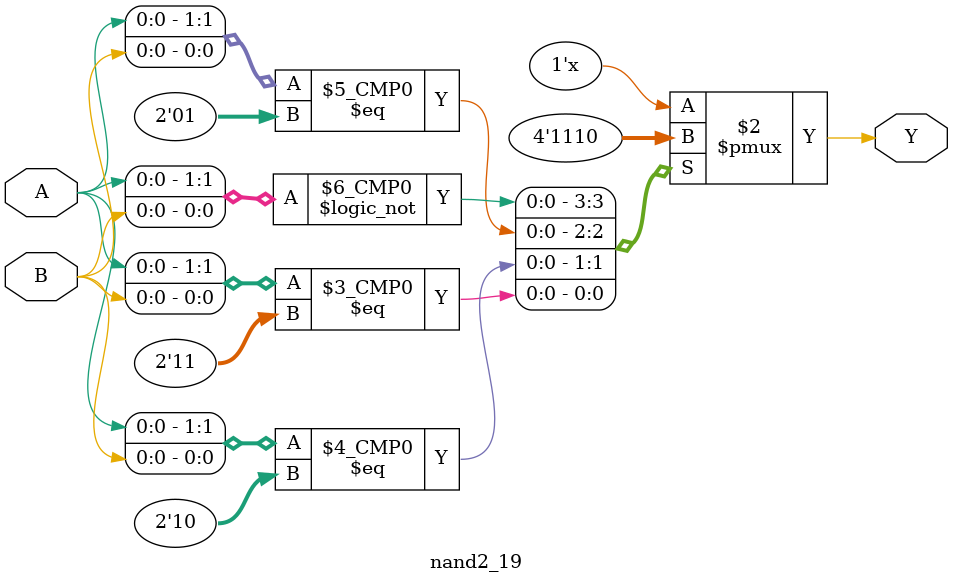
<source format=sv>
module nand2_19 (
    input wire A, B,
    output reg Y
);

    always @(A or B) begin
        case ({A, B})
            2'b00: Y = 1; // NAND(0,0) = 1
            2'b01: Y = 1; // NAND(0,1) = 1
            2'b10: Y = 1; // NAND(1,0) = 1
            2'b11: Y = 0; // NAND(1,1) = 0
            default: Y = 1;
        endcase
    end
endmodule

</source>
